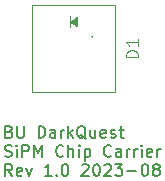
<source format=gbr>
%TF.GenerationSoftware,KiCad,Pcbnew,7.0.5-0*%
%TF.CreationDate,2023-08-22T15:56:52-04:00*%
%TF.ProjectId,SiPM chip carrier,5369504d-2063-4686-9970-206361727269,rev?*%
%TF.SameCoordinates,Original*%
%TF.FileFunction,Legend,Top*%
%TF.FilePolarity,Positive*%
%FSLAX46Y46*%
G04 Gerber Fmt 4.6, Leading zero omitted, Abs format (unit mm)*
G04 Created by KiCad (PCBNEW 7.0.5-0) date 2023-08-22 15:56:52*
%MOMM*%
%LPD*%
G01*
G04 APERTURE LIST*
%ADD10C,0.150000*%
%ADD11C,0.100000*%
G04 APERTURE END LIST*
D10*
X44612112Y-57086009D02*
X44754969Y-57133628D01*
X44754969Y-57133628D02*
X44802588Y-57181247D01*
X44802588Y-57181247D02*
X44850207Y-57276485D01*
X44850207Y-57276485D02*
X44850207Y-57419342D01*
X44850207Y-57419342D02*
X44802588Y-57514580D01*
X44802588Y-57514580D02*
X44754969Y-57562200D01*
X44754969Y-57562200D02*
X44659731Y-57609819D01*
X44659731Y-57609819D02*
X44278779Y-57609819D01*
X44278779Y-57609819D02*
X44278779Y-56609819D01*
X44278779Y-56609819D02*
X44612112Y-56609819D01*
X44612112Y-56609819D02*
X44707350Y-56657438D01*
X44707350Y-56657438D02*
X44754969Y-56705057D01*
X44754969Y-56705057D02*
X44802588Y-56800295D01*
X44802588Y-56800295D02*
X44802588Y-56895533D01*
X44802588Y-56895533D02*
X44754969Y-56990771D01*
X44754969Y-56990771D02*
X44707350Y-57038390D01*
X44707350Y-57038390D02*
X44612112Y-57086009D01*
X44612112Y-57086009D02*
X44278779Y-57086009D01*
X45278779Y-56609819D02*
X45278779Y-57419342D01*
X45278779Y-57419342D02*
X45326398Y-57514580D01*
X45326398Y-57514580D02*
X45374017Y-57562200D01*
X45374017Y-57562200D02*
X45469255Y-57609819D01*
X45469255Y-57609819D02*
X45659731Y-57609819D01*
X45659731Y-57609819D02*
X45754969Y-57562200D01*
X45754969Y-57562200D02*
X45802588Y-57514580D01*
X45802588Y-57514580D02*
X45850207Y-57419342D01*
X45850207Y-57419342D02*
X45850207Y-56609819D01*
X47088303Y-57609819D02*
X47088303Y-56609819D01*
X47088303Y-56609819D02*
X47326398Y-56609819D01*
X47326398Y-56609819D02*
X47469255Y-56657438D01*
X47469255Y-56657438D02*
X47564493Y-56752676D01*
X47564493Y-56752676D02*
X47612112Y-56847914D01*
X47612112Y-56847914D02*
X47659731Y-57038390D01*
X47659731Y-57038390D02*
X47659731Y-57181247D01*
X47659731Y-57181247D02*
X47612112Y-57371723D01*
X47612112Y-57371723D02*
X47564493Y-57466961D01*
X47564493Y-57466961D02*
X47469255Y-57562200D01*
X47469255Y-57562200D02*
X47326398Y-57609819D01*
X47326398Y-57609819D02*
X47088303Y-57609819D01*
X48516874Y-57609819D02*
X48516874Y-57086009D01*
X48516874Y-57086009D02*
X48469255Y-56990771D01*
X48469255Y-56990771D02*
X48374017Y-56943152D01*
X48374017Y-56943152D02*
X48183541Y-56943152D01*
X48183541Y-56943152D02*
X48088303Y-56990771D01*
X48516874Y-57562200D02*
X48421636Y-57609819D01*
X48421636Y-57609819D02*
X48183541Y-57609819D01*
X48183541Y-57609819D02*
X48088303Y-57562200D01*
X48088303Y-57562200D02*
X48040684Y-57466961D01*
X48040684Y-57466961D02*
X48040684Y-57371723D01*
X48040684Y-57371723D02*
X48088303Y-57276485D01*
X48088303Y-57276485D02*
X48183541Y-57228866D01*
X48183541Y-57228866D02*
X48421636Y-57228866D01*
X48421636Y-57228866D02*
X48516874Y-57181247D01*
X48993065Y-57609819D02*
X48993065Y-56943152D01*
X48993065Y-57133628D02*
X49040684Y-57038390D01*
X49040684Y-57038390D02*
X49088303Y-56990771D01*
X49088303Y-56990771D02*
X49183541Y-56943152D01*
X49183541Y-56943152D02*
X49278779Y-56943152D01*
X49612113Y-57609819D02*
X49612113Y-56609819D01*
X49707351Y-57228866D02*
X49993065Y-57609819D01*
X49993065Y-56943152D02*
X49612113Y-57324104D01*
X51088303Y-57705057D02*
X50993065Y-57657438D01*
X50993065Y-57657438D02*
X50897827Y-57562200D01*
X50897827Y-57562200D02*
X50754970Y-57419342D01*
X50754970Y-57419342D02*
X50659732Y-57371723D01*
X50659732Y-57371723D02*
X50564494Y-57371723D01*
X50612113Y-57609819D02*
X50516875Y-57562200D01*
X50516875Y-57562200D02*
X50421637Y-57466961D01*
X50421637Y-57466961D02*
X50374018Y-57276485D01*
X50374018Y-57276485D02*
X50374018Y-56943152D01*
X50374018Y-56943152D02*
X50421637Y-56752676D01*
X50421637Y-56752676D02*
X50516875Y-56657438D01*
X50516875Y-56657438D02*
X50612113Y-56609819D01*
X50612113Y-56609819D02*
X50802589Y-56609819D01*
X50802589Y-56609819D02*
X50897827Y-56657438D01*
X50897827Y-56657438D02*
X50993065Y-56752676D01*
X50993065Y-56752676D02*
X51040684Y-56943152D01*
X51040684Y-56943152D02*
X51040684Y-57276485D01*
X51040684Y-57276485D02*
X50993065Y-57466961D01*
X50993065Y-57466961D02*
X50897827Y-57562200D01*
X50897827Y-57562200D02*
X50802589Y-57609819D01*
X50802589Y-57609819D02*
X50612113Y-57609819D01*
X51897827Y-56943152D02*
X51897827Y-57609819D01*
X51469256Y-56943152D02*
X51469256Y-57466961D01*
X51469256Y-57466961D02*
X51516875Y-57562200D01*
X51516875Y-57562200D02*
X51612113Y-57609819D01*
X51612113Y-57609819D02*
X51754970Y-57609819D01*
X51754970Y-57609819D02*
X51850208Y-57562200D01*
X51850208Y-57562200D02*
X51897827Y-57514580D01*
X52754970Y-57562200D02*
X52659732Y-57609819D01*
X52659732Y-57609819D02*
X52469256Y-57609819D01*
X52469256Y-57609819D02*
X52374018Y-57562200D01*
X52374018Y-57562200D02*
X52326399Y-57466961D01*
X52326399Y-57466961D02*
X52326399Y-57086009D01*
X52326399Y-57086009D02*
X52374018Y-56990771D01*
X52374018Y-56990771D02*
X52469256Y-56943152D01*
X52469256Y-56943152D02*
X52659732Y-56943152D01*
X52659732Y-56943152D02*
X52754970Y-56990771D01*
X52754970Y-56990771D02*
X52802589Y-57086009D01*
X52802589Y-57086009D02*
X52802589Y-57181247D01*
X52802589Y-57181247D02*
X52326399Y-57276485D01*
X53183542Y-57562200D02*
X53278780Y-57609819D01*
X53278780Y-57609819D02*
X53469256Y-57609819D01*
X53469256Y-57609819D02*
X53564494Y-57562200D01*
X53564494Y-57562200D02*
X53612113Y-57466961D01*
X53612113Y-57466961D02*
X53612113Y-57419342D01*
X53612113Y-57419342D02*
X53564494Y-57324104D01*
X53564494Y-57324104D02*
X53469256Y-57276485D01*
X53469256Y-57276485D02*
X53326399Y-57276485D01*
X53326399Y-57276485D02*
X53231161Y-57228866D01*
X53231161Y-57228866D02*
X53183542Y-57133628D01*
X53183542Y-57133628D02*
X53183542Y-57086009D01*
X53183542Y-57086009D02*
X53231161Y-56990771D01*
X53231161Y-56990771D02*
X53326399Y-56943152D01*
X53326399Y-56943152D02*
X53469256Y-56943152D01*
X53469256Y-56943152D02*
X53564494Y-56990771D01*
X53897828Y-56943152D02*
X54278780Y-56943152D01*
X54040685Y-56609819D02*
X54040685Y-57466961D01*
X54040685Y-57466961D02*
X54088304Y-57562200D01*
X54088304Y-57562200D02*
X54183542Y-57609819D01*
X54183542Y-57609819D02*
X54278780Y-57609819D01*
X44231160Y-59172200D02*
X44374017Y-59219819D01*
X44374017Y-59219819D02*
X44612112Y-59219819D01*
X44612112Y-59219819D02*
X44707350Y-59172200D01*
X44707350Y-59172200D02*
X44754969Y-59124580D01*
X44754969Y-59124580D02*
X44802588Y-59029342D01*
X44802588Y-59029342D02*
X44802588Y-58934104D01*
X44802588Y-58934104D02*
X44754969Y-58838866D01*
X44754969Y-58838866D02*
X44707350Y-58791247D01*
X44707350Y-58791247D02*
X44612112Y-58743628D01*
X44612112Y-58743628D02*
X44421636Y-58696009D01*
X44421636Y-58696009D02*
X44326398Y-58648390D01*
X44326398Y-58648390D02*
X44278779Y-58600771D01*
X44278779Y-58600771D02*
X44231160Y-58505533D01*
X44231160Y-58505533D02*
X44231160Y-58410295D01*
X44231160Y-58410295D02*
X44278779Y-58315057D01*
X44278779Y-58315057D02*
X44326398Y-58267438D01*
X44326398Y-58267438D02*
X44421636Y-58219819D01*
X44421636Y-58219819D02*
X44659731Y-58219819D01*
X44659731Y-58219819D02*
X44802588Y-58267438D01*
X45231160Y-59219819D02*
X45231160Y-58553152D01*
X45231160Y-58219819D02*
X45183541Y-58267438D01*
X45183541Y-58267438D02*
X45231160Y-58315057D01*
X45231160Y-58315057D02*
X45278779Y-58267438D01*
X45278779Y-58267438D02*
X45231160Y-58219819D01*
X45231160Y-58219819D02*
X45231160Y-58315057D01*
X45707350Y-59219819D02*
X45707350Y-58219819D01*
X45707350Y-58219819D02*
X46088302Y-58219819D01*
X46088302Y-58219819D02*
X46183540Y-58267438D01*
X46183540Y-58267438D02*
X46231159Y-58315057D01*
X46231159Y-58315057D02*
X46278778Y-58410295D01*
X46278778Y-58410295D02*
X46278778Y-58553152D01*
X46278778Y-58553152D02*
X46231159Y-58648390D01*
X46231159Y-58648390D02*
X46183540Y-58696009D01*
X46183540Y-58696009D02*
X46088302Y-58743628D01*
X46088302Y-58743628D02*
X45707350Y-58743628D01*
X46707350Y-59219819D02*
X46707350Y-58219819D01*
X46707350Y-58219819D02*
X47040683Y-58934104D01*
X47040683Y-58934104D02*
X47374016Y-58219819D01*
X47374016Y-58219819D02*
X47374016Y-59219819D01*
X49183540Y-59124580D02*
X49135921Y-59172200D01*
X49135921Y-59172200D02*
X48993064Y-59219819D01*
X48993064Y-59219819D02*
X48897826Y-59219819D01*
X48897826Y-59219819D02*
X48754969Y-59172200D01*
X48754969Y-59172200D02*
X48659731Y-59076961D01*
X48659731Y-59076961D02*
X48612112Y-58981723D01*
X48612112Y-58981723D02*
X48564493Y-58791247D01*
X48564493Y-58791247D02*
X48564493Y-58648390D01*
X48564493Y-58648390D02*
X48612112Y-58457914D01*
X48612112Y-58457914D02*
X48659731Y-58362676D01*
X48659731Y-58362676D02*
X48754969Y-58267438D01*
X48754969Y-58267438D02*
X48897826Y-58219819D01*
X48897826Y-58219819D02*
X48993064Y-58219819D01*
X48993064Y-58219819D02*
X49135921Y-58267438D01*
X49135921Y-58267438D02*
X49183540Y-58315057D01*
X49612112Y-59219819D02*
X49612112Y-58219819D01*
X50040683Y-59219819D02*
X50040683Y-58696009D01*
X50040683Y-58696009D02*
X49993064Y-58600771D01*
X49993064Y-58600771D02*
X49897826Y-58553152D01*
X49897826Y-58553152D02*
X49754969Y-58553152D01*
X49754969Y-58553152D02*
X49659731Y-58600771D01*
X49659731Y-58600771D02*
X49612112Y-58648390D01*
X50516874Y-59219819D02*
X50516874Y-58553152D01*
X50516874Y-58219819D02*
X50469255Y-58267438D01*
X50469255Y-58267438D02*
X50516874Y-58315057D01*
X50516874Y-58315057D02*
X50564493Y-58267438D01*
X50564493Y-58267438D02*
X50516874Y-58219819D01*
X50516874Y-58219819D02*
X50516874Y-58315057D01*
X50993064Y-58553152D02*
X50993064Y-59553152D01*
X50993064Y-58600771D02*
X51088302Y-58553152D01*
X51088302Y-58553152D02*
X51278778Y-58553152D01*
X51278778Y-58553152D02*
X51374016Y-58600771D01*
X51374016Y-58600771D02*
X51421635Y-58648390D01*
X51421635Y-58648390D02*
X51469254Y-58743628D01*
X51469254Y-58743628D02*
X51469254Y-59029342D01*
X51469254Y-59029342D02*
X51421635Y-59124580D01*
X51421635Y-59124580D02*
X51374016Y-59172200D01*
X51374016Y-59172200D02*
X51278778Y-59219819D01*
X51278778Y-59219819D02*
X51088302Y-59219819D01*
X51088302Y-59219819D02*
X50993064Y-59172200D01*
X53231159Y-59124580D02*
X53183540Y-59172200D01*
X53183540Y-59172200D02*
X53040683Y-59219819D01*
X53040683Y-59219819D02*
X52945445Y-59219819D01*
X52945445Y-59219819D02*
X52802588Y-59172200D01*
X52802588Y-59172200D02*
X52707350Y-59076961D01*
X52707350Y-59076961D02*
X52659731Y-58981723D01*
X52659731Y-58981723D02*
X52612112Y-58791247D01*
X52612112Y-58791247D02*
X52612112Y-58648390D01*
X52612112Y-58648390D02*
X52659731Y-58457914D01*
X52659731Y-58457914D02*
X52707350Y-58362676D01*
X52707350Y-58362676D02*
X52802588Y-58267438D01*
X52802588Y-58267438D02*
X52945445Y-58219819D01*
X52945445Y-58219819D02*
X53040683Y-58219819D01*
X53040683Y-58219819D02*
X53183540Y-58267438D01*
X53183540Y-58267438D02*
X53231159Y-58315057D01*
X54088302Y-59219819D02*
X54088302Y-58696009D01*
X54088302Y-58696009D02*
X54040683Y-58600771D01*
X54040683Y-58600771D02*
X53945445Y-58553152D01*
X53945445Y-58553152D02*
X53754969Y-58553152D01*
X53754969Y-58553152D02*
X53659731Y-58600771D01*
X54088302Y-59172200D02*
X53993064Y-59219819D01*
X53993064Y-59219819D02*
X53754969Y-59219819D01*
X53754969Y-59219819D02*
X53659731Y-59172200D01*
X53659731Y-59172200D02*
X53612112Y-59076961D01*
X53612112Y-59076961D02*
X53612112Y-58981723D01*
X53612112Y-58981723D02*
X53659731Y-58886485D01*
X53659731Y-58886485D02*
X53754969Y-58838866D01*
X53754969Y-58838866D02*
X53993064Y-58838866D01*
X53993064Y-58838866D02*
X54088302Y-58791247D01*
X54564493Y-59219819D02*
X54564493Y-58553152D01*
X54564493Y-58743628D02*
X54612112Y-58648390D01*
X54612112Y-58648390D02*
X54659731Y-58600771D01*
X54659731Y-58600771D02*
X54754969Y-58553152D01*
X54754969Y-58553152D02*
X54850207Y-58553152D01*
X55183541Y-59219819D02*
X55183541Y-58553152D01*
X55183541Y-58743628D02*
X55231160Y-58648390D01*
X55231160Y-58648390D02*
X55278779Y-58600771D01*
X55278779Y-58600771D02*
X55374017Y-58553152D01*
X55374017Y-58553152D02*
X55469255Y-58553152D01*
X55802589Y-59219819D02*
X55802589Y-58553152D01*
X55802589Y-58219819D02*
X55754970Y-58267438D01*
X55754970Y-58267438D02*
X55802589Y-58315057D01*
X55802589Y-58315057D02*
X55850208Y-58267438D01*
X55850208Y-58267438D02*
X55802589Y-58219819D01*
X55802589Y-58219819D02*
X55802589Y-58315057D01*
X56659731Y-59172200D02*
X56564493Y-59219819D01*
X56564493Y-59219819D02*
X56374017Y-59219819D01*
X56374017Y-59219819D02*
X56278779Y-59172200D01*
X56278779Y-59172200D02*
X56231160Y-59076961D01*
X56231160Y-59076961D02*
X56231160Y-58696009D01*
X56231160Y-58696009D02*
X56278779Y-58600771D01*
X56278779Y-58600771D02*
X56374017Y-58553152D01*
X56374017Y-58553152D02*
X56564493Y-58553152D01*
X56564493Y-58553152D02*
X56659731Y-58600771D01*
X56659731Y-58600771D02*
X56707350Y-58696009D01*
X56707350Y-58696009D02*
X56707350Y-58791247D01*
X56707350Y-58791247D02*
X56231160Y-58886485D01*
X57135922Y-59219819D02*
X57135922Y-58553152D01*
X57135922Y-58743628D02*
X57183541Y-58648390D01*
X57183541Y-58648390D02*
X57231160Y-58600771D01*
X57231160Y-58600771D02*
X57326398Y-58553152D01*
X57326398Y-58553152D02*
X57421636Y-58553152D01*
X44850207Y-60829819D02*
X44516874Y-60353628D01*
X44278779Y-60829819D02*
X44278779Y-59829819D01*
X44278779Y-59829819D02*
X44659731Y-59829819D01*
X44659731Y-59829819D02*
X44754969Y-59877438D01*
X44754969Y-59877438D02*
X44802588Y-59925057D01*
X44802588Y-59925057D02*
X44850207Y-60020295D01*
X44850207Y-60020295D02*
X44850207Y-60163152D01*
X44850207Y-60163152D02*
X44802588Y-60258390D01*
X44802588Y-60258390D02*
X44754969Y-60306009D01*
X44754969Y-60306009D02*
X44659731Y-60353628D01*
X44659731Y-60353628D02*
X44278779Y-60353628D01*
X45659731Y-60782200D02*
X45564493Y-60829819D01*
X45564493Y-60829819D02*
X45374017Y-60829819D01*
X45374017Y-60829819D02*
X45278779Y-60782200D01*
X45278779Y-60782200D02*
X45231160Y-60686961D01*
X45231160Y-60686961D02*
X45231160Y-60306009D01*
X45231160Y-60306009D02*
X45278779Y-60210771D01*
X45278779Y-60210771D02*
X45374017Y-60163152D01*
X45374017Y-60163152D02*
X45564493Y-60163152D01*
X45564493Y-60163152D02*
X45659731Y-60210771D01*
X45659731Y-60210771D02*
X45707350Y-60306009D01*
X45707350Y-60306009D02*
X45707350Y-60401247D01*
X45707350Y-60401247D02*
X45231160Y-60496485D01*
X46040684Y-60163152D02*
X46278779Y-60829819D01*
X46278779Y-60829819D02*
X46516874Y-60163152D01*
X48183541Y-60829819D02*
X47612113Y-60829819D01*
X47897827Y-60829819D02*
X47897827Y-59829819D01*
X47897827Y-59829819D02*
X47802589Y-59972676D01*
X47802589Y-59972676D02*
X47707351Y-60067914D01*
X47707351Y-60067914D02*
X47612113Y-60115533D01*
X48612113Y-60734580D02*
X48659732Y-60782200D01*
X48659732Y-60782200D02*
X48612113Y-60829819D01*
X48612113Y-60829819D02*
X48564494Y-60782200D01*
X48564494Y-60782200D02*
X48612113Y-60734580D01*
X48612113Y-60734580D02*
X48612113Y-60829819D01*
X49278779Y-59829819D02*
X49374017Y-59829819D01*
X49374017Y-59829819D02*
X49469255Y-59877438D01*
X49469255Y-59877438D02*
X49516874Y-59925057D01*
X49516874Y-59925057D02*
X49564493Y-60020295D01*
X49564493Y-60020295D02*
X49612112Y-60210771D01*
X49612112Y-60210771D02*
X49612112Y-60448866D01*
X49612112Y-60448866D02*
X49564493Y-60639342D01*
X49564493Y-60639342D02*
X49516874Y-60734580D01*
X49516874Y-60734580D02*
X49469255Y-60782200D01*
X49469255Y-60782200D02*
X49374017Y-60829819D01*
X49374017Y-60829819D02*
X49278779Y-60829819D01*
X49278779Y-60829819D02*
X49183541Y-60782200D01*
X49183541Y-60782200D02*
X49135922Y-60734580D01*
X49135922Y-60734580D02*
X49088303Y-60639342D01*
X49088303Y-60639342D02*
X49040684Y-60448866D01*
X49040684Y-60448866D02*
X49040684Y-60210771D01*
X49040684Y-60210771D02*
X49088303Y-60020295D01*
X49088303Y-60020295D02*
X49135922Y-59925057D01*
X49135922Y-59925057D02*
X49183541Y-59877438D01*
X49183541Y-59877438D02*
X49278779Y-59829819D01*
X50754970Y-59925057D02*
X50802589Y-59877438D01*
X50802589Y-59877438D02*
X50897827Y-59829819D01*
X50897827Y-59829819D02*
X51135922Y-59829819D01*
X51135922Y-59829819D02*
X51231160Y-59877438D01*
X51231160Y-59877438D02*
X51278779Y-59925057D01*
X51278779Y-59925057D02*
X51326398Y-60020295D01*
X51326398Y-60020295D02*
X51326398Y-60115533D01*
X51326398Y-60115533D02*
X51278779Y-60258390D01*
X51278779Y-60258390D02*
X50707351Y-60829819D01*
X50707351Y-60829819D02*
X51326398Y-60829819D01*
X51945446Y-59829819D02*
X52040684Y-59829819D01*
X52040684Y-59829819D02*
X52135922Y-59877438D01*
X52135922Y-59877438D02*
X52183541Y-59925057D01*
X52183541Y-59925057D02*
X52231160Y-60020295D01*
X52231160Y-60020295D02*
X52278779Y-60210771D01*
X52278779Y-60210771D02*
X52278779Y-60448866D01*
X52278779Y-60448866D02*
X52231160Y-60639342D01*
X52231160Y-60639342D02*
X52183541Y-60734580D01*
X52183541Y-60734580D02*
X52135922Y-60782200D01*
X52135922Y-60782200D02*
X52040684Y-60829819D01*
X52040684Y-60829819D02*
X51945446Y-60829819D01*
X51945446Y-60829819D02*
X51850208Y-60782200D01*
X51850208Y-60782200D02*
X51802589Y-60734580D01*
X51802589Y-60734580D02*
X51754970Y-60639342D01*
X51754970Y-60639342D02*
X51707351Y-60448866D01*
X51707351Y-60448866D02*
X51707351Y-60210771D01*
X51707351Y-60210771D02*
X51754970Y-60020295D01*
X51754970Y-60020295D02*
X51802589Y-59925057D01*
X51802589Y-59925057D02*
X51850208Y-59877438D01*
X51850208Y-59877438D02*
X51945446Y-59829819D01*
X52659732Y-59925057D02*
X52707351Y-59877438D01*
X52707351Y-59877438D02*
X52802589Y-59829819D01*
X52802589Y-59829819D02*
X53040684Y-59829819D01*
X53040684Y-59829819D02*
X53135922Y-59877438D01*
X53135922Y-59877438D02*
X53183541Y-59925057D01*
X53183541Y-59925057D02*
X53231160Y-60020295D01*
X53231160Y-60020295D02*
X53231160Y-60115533D01*
X53231160Y-60115533D02*
X53183541Y-60258390D01*
X53183541Y-60258390D02*
X52612113Y-60829819D01*
X52612113Y-60829819D02*
X53231160Y-60829819D01*
X53564494Y-59829819D02*
X54183541Y-59829819D01*
X54183541Y-59829819D02*
X53850208Y-60210771D01*
X53850208Y-60210771D02*
X53993065Y-60210771D01*
X53993065Y-60210771D02*
X54088303Y-60258390D01*
X54088303Y-60258390D02*
X54135922Y-60306009D01*
X54135922Y-60306009D02*
X54183541Y-60401247D01*
X54183541Y-60401247D02*
X54183541Y-60639342D01*
X54183541Y-60639342D02*
X54135922Y-60734580D01*
X54135922Y-60734580D02*
X54088303Y-60782200D01*
X54088303Y-60782200D02*
X53993065Y-60829819D01*
X53993065Y-60829819D02*
X53707351Y-60829819D01*
X53707351Y-60829819D02*
X53612113Y-60782200D01*
X53612113Y-60782200D02*
X53564494Y-60734580D01*
X54612113Y-60448866D02*
X55374018Y-60448866D01*
X56040684Y-59829819D02*
X56135922Y-59829819D01*
X56135922Y-59829819D02*
X56231160Y-59877438D01*
X56231160Y-59877438D02*
X56278779Y-59925057D01*
X56278779Y-59925057D02*
X56326398Y-60020295D01*
X56326398Y-60020295D02*
X56374017Y-60210771D01*
X56374017Y-60210771D02*
X56374017Y-60448866D01*
X56374017Y-60448866D02*
X56326398Y-60639342D01*
X56326398Y-60639342D02*
X56278779Y-60734580D01*
X56278779Y-60734580D02*
X56231160Y-60782200D01*
X56231160Y-60782200D02*
X56135922Y-60829819D01*
X56135922Y-60829819D02*
X56040684Y-60829819D01*
X56040684Y-60829819D02*
X55945446Y-60782200D01*
X55945446Y-60782200D02*
X55897827Y-60734580D01*
X55897827Y-60734580D02*
X55850208Y-60639342D01*
X55850208Y-60639342D02*
X55802589Y-60448866D01*
X55802589Y-60448866D02*
X55802589Y-60210771D01*
X55802589Y-60210771D02*
X55850208Y-60020295D01*
X55850208Y-60020295D02*
X55897827Y-59925057D01*
X55897827Y-59925057D02*
X55945446Y-59877438D01*
X55945446Y-59877438D02*
X56040684Y-59829819D01*
X56945446Y-60258390D02*
X56850208Y-60210771D01*
X56850208Y-60210771D02*
X56802589Y-60163152D01*
X56802589Y-60163152D02*
X56754970Y-60067914D01*
X56754970Y-60067914D02*
X56754970Y-60020295D01*
X56754970Y-60020295D02*
X56802589Y-59925057D01*
X56802589Y-59925057D02*
X56850208Y-59877438D01*
X56850208Y-59877438D02*
X56945446Y-59829819D01*
X56945446Y-59829819D02*
X57135922Y-59829819D01*
X57135922Y-59829819D02*
X57231160Y-59877438D01*
X57231160Y-59877438D02*
X57278779Y-59925057D01*
X57278779Y-59925057D02*
X57326398Y-60020295D01*
X57326398Y-60020295D02*
X57326398Y-60067914D01*
X57326398Y-60067914D02*
X57278779Y-60163152D01*
X57278779Y-60163152D02*
X57231160Y-60210771D01*
X57231160Y-60210771D02*
X57135922Y-60258390D01*
X57135922Y-60258390D02*
X56945446Y-60258390D01*
X56945446Y-60258390D02*
X56850208Y-60306009D01*
X56850208Y-60306009D02*
X56802589Y-60353628D01*
X56802589Y-60353628D02*
X56754970Y-60448866D01*
X56754970Y-60448866D02*
X56754970Y-60639342D01*
X56754970Y-60639342D02*
X56802589Y-60734580D01*
X56802589Y-60734580D02*
X56850208Y-60782200D01*
X56850208Y-60782200D02*
X56945446Y-60829819D01*
X56945446Y-60829819D02*
X57135922Y-60829819D01*
X57135922Y-60829819D02*
X57231160Y-60782200D01*
X57231160Y-60782200D02*
X57278779Y-60734580D01*
X57278779Y-60734580D02*
X57326398Y-60639342D01*
X57326398Y-60639342D02*
X57326398Y-60448866D01*
X57326398Y-60448866D02*
X57278779Y-60353628D01*
X57278779Y-60353628D02*
X57231160Y-60306009D01*
X57231160Y-60306009D02*
X57135922Y-60258390D01*
X51588001Y-49038000D02*
G75*
G03*
X51588001Y-49038000I-1J0D01*
G01*
D11*
%TO.C,D1*%
X55495419Y-50776094D02*
X54495419Y-50776094D01*
X54495419Y-50776094D02*
X54495419Y-50537999D01*
X54495419Y-50537999D02*
X54543038Y-50395142D01*
X54543038Y-50395142D02*
X54638276Y-50299904D01*
X54638276Y-50299904D02*
X54733514Y-50252285D01*
X54733514Y-50252285D02*
X54923990Y-50204666D01*
X54923990Y-50204666D02*
X55066847Y-50204666D01*
X55066847Y-50204666D02*
X55257323Y-50252285D01*
X55257323Y-50252285D02*
X55352561Y-50299904D01*
X55352561Y-50299904D02*
X55447800Y-50395142D01*
X55447800Y-50395142D02*
X55495419Y-50537999D01*
X55495419Y-50537999D02*
X55495419Y-50776094D01*
X55495419Y-49252285D02*
X55495419Y-49823713D01*
X55495419Y-49537999D02*
X54495419Y-49537999D01*
X54495419Y-49537999D02*
X54638276Y-49633237D01*
X54638276Y-49633237D02*
X54733514Y-49728475D01*
X54733514Y-49728475D02*
X54781133Y-49823713D01*
X46538000Y-53738000D02*
X53538000Y-53738000D01*
X53538000Y-53738000D02*
X53538000Y-46338000D01*
X49738000Y-48238000D02*
X49738000Y-47338000D01*
X46538000Y-46338000D02*
X46538000Y-53738000D01*
X53538000Y-46338000D02*
X46538000Y-46338000D01*
X51588000Y-49038000D02*
G75*
G03*
X51588000Y-49038000I0J0D01*
G01*
X50338000Y-48188000D02*
X49738000Y-47788000D01*
X50338000Y-47388000D01*
X50338000Y-48188000D01*
G36*
X50338000Y-48188000D02*
G01*
X49738000Y-47788000D01*
X50338000Y-47388000D01*
X50338000Y-48188000D01*
G37*
%TD*%
M02*

</source>
